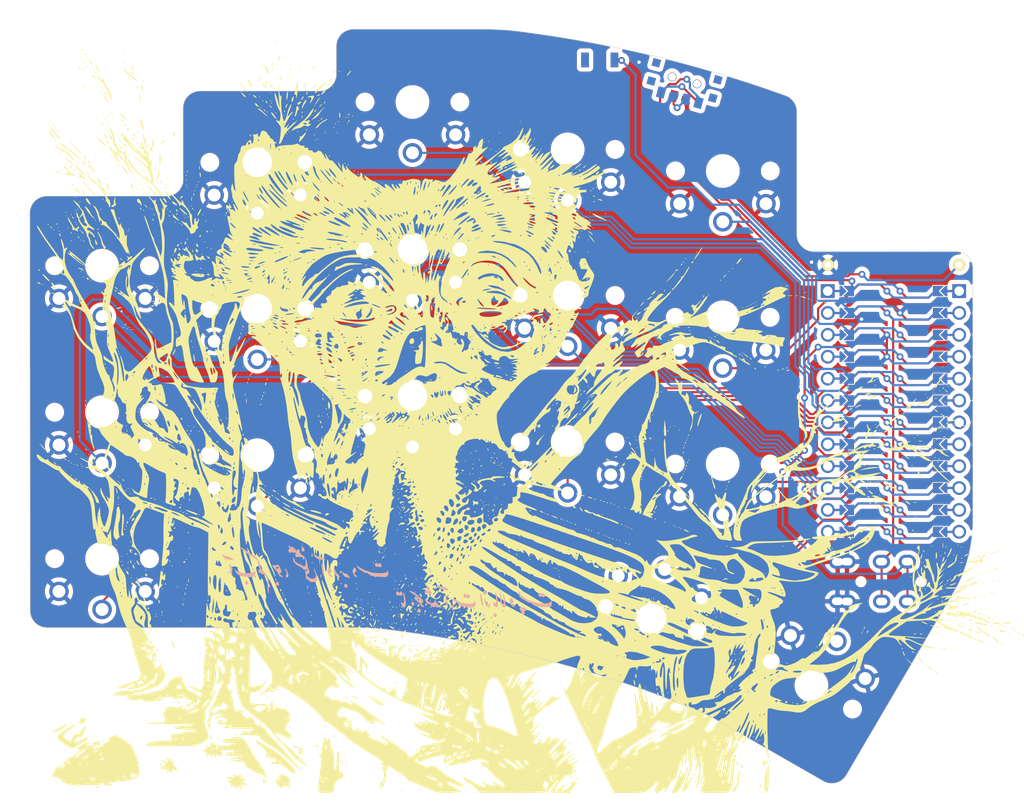
<source format=kicad_pcb>
(kicad_pcb (version 20241229) (generator "pcbnew") (generator_version "9.0")
  (layers (0 "F.Cu" signal) (2 "B.Cu" signal) (13 "F.Paste" user) (15 "B.Paste" user) (5 "F.SilkS" user "F.Silkscreen") (7 "B.SilkS" user "B.Silkscreen") (1 "F.Mask" user) (3 "B.Mask" user) (25 "Edge.Cuts" user))
  (net 0 "")
  (net 1 "gnd")
  (net 2 "vcc")
  (net 3 "Switch18")
  (net 4 "reset")
  (net 5 "Switch1")
  (net 6 "Switch2")
  (net 7 "Switch3")
  (net 8 "Switch4")
  (net 9 "Switch5")
  (net 10 "Switch6")
  (net 11 "Switch7")
  (net 12 "Switch8")
  (net 13 "Switch9")
  (net 14 "Switch10")
  (net 15 "Switch11")
  (net 16 "Switch12")
  (net 17 "Switch13")
  (net 18 "Switch14")
  (net 19 "Switch15")
  (net 20 "Switch16")
  (net 21 "Switch17")
  (net 22 "raw")
  (net 23 "BT+_r")
  (net 24 "Net-(SW_POWERR1-Pad1)")
  (footprint "kbd:1pin_conn" (layer "F.Cu") (at 126.492 45.974)
    (property "Reference" "B+" (hide yes))
    (property "Value" "MountingHole_Pad" (hide yes))
  )
  (footprint "kbd:1pin_conn" (layer "F.Cu") (at 111.252 45.974)
    (property "Reference" "B-" (hide yes))
    (property "Value" "MountingHole_Pad" (hide yes))
  )
  (footprint "Kailh:TRRS-PJ-DPB2" (layer "F.Cu") (at 123.698 82.75 -90)
    (property "Reference" "J2")
    (property "Value" "AudioJack4dpb" (hide yes))
  )
  (footprint "Library:SW_PG1350_rev_DPB" (layer "F.Cu") (at 27.08 46.08)
    (property "Reference" "SW1" (hide yes))
    (property "Value" "SW_Push" (hide yes))
  )
  (footprint "Library:SW_PG1350_rev_DPB" (layer "F.Cu") (at 45.08 34.08)
    (property "Reference" "SW2" (hide yes))
    (property "Value" "SW_Push" (hide yes))
  )
  (footprint "Library:SW_PG1350_rev_DPB" (layer "F.Cu") (at 63.08 27.08)
    (property "Reference" "SW3" (hide yes))
    (property "Value" "SW_Push" (hide yes))
  )
  (footprint "Library:SW_PG1350_rev_DPB" (layer "F.Cu") (at 81.08 32.58)
    (property "Reference" "SW4" (hide yes))
    (property "Value" "SW_Push" (hide yes))
  )
  (footprint "Library:SW_PG1350_rev_DPB" (layer "F.Cu") (at 99.08 35.08)
    (property "Reference" "SW5" (hide yes))
    (property "Value" "SW_Push" (hide yes))
  )
  (footprint "Library:SW_PG1350_rev_DPB" (layer "F.Cu") (at 27.08 63.08)
    (property "Reference" "SW6" (hide yes))
    (property "Value" "SW_Push" (hide yes))
  )
  (footprint "Library:SW_PG1350_rev_DPB" (layer "F.Cu") (at 45.08 51.054)
    (property "Reference" "SW7" (hide yes))
    (property "Value" "SW_Push" (hide yes))
  )
  (footprint "Library:SW_PG1350_rev_DPB" (layer "F.Cu") (at 63.08 44.196)
    (property "Reference" "SW8" (hide yes))
    (property "Value" "SW_Push" (hide yes))
  )
  (footprint "Library:SW_PG1350_rev_DPB" (layer "F.Cu") (at 81.08 49.53)
    (property "Reference" "SW9" (hide yes))
    (property "Value" "SW_Push" (hide yes))
  )
  (footprint "Library:SW_PG1350_rev_DPB" (layer "F.Cu") (at 99.06 52.07)
    (property "Reference" "SW10" (hide yes))
    (property "Value" "SW_Push" (hide yes))
  )
  (footprint "Library:SW_PG1350_rev_DPB" (layer "F.Cu") (at 27.08 80.08)
    (property "Reference" "SW11" (hide yes))
    (property "Value" "SW_Push" (hide yes))
  )
  (footprint "Library:SW_PG1350_rev_DPB" (layer "F.Cu") (at 45.08 68.072)
    (property "Reference" "SW12" (hide yes))
    (property "Value" "SW_Push" (hide yes))
  )
  (footprint "Library:SW_PG1350_rev_DPB" (layer "F.Cu") (at 63.08 61.214)
    (property "Reference" "SW13" (hide yes))
    (property "Value" "SW_Push" (hide yes))
  )
  (footprint "Library:SW_PG1350_rev_DPB" (layer "F.Cu") (at 81.08 66.548)
    (property "Reference" "SW14" (hide yes))
    (property "Value" "SW_Push" (hide yes))
  )
  (footprint "Library:SW_PG1350_rev_DPB" (layer "F.Cu") (at 99.06 69.088)
    (property "Reference" "SW15" (hide yes))
    (property "Value" "SW_Push" (hide yes))
  )
  (footprint "Library:SW_PG1350_rev_DPB" (layer "F.Cu") (at 109.356 94.78 150)
    (property "Reference" "SW17" (hide yes))
    (property "Value" "SW_Push" (hide yes))
  )
  (footprint "Library:SW_PG1350_rev_DPB" (layer "F.Cu") (at 90.796 87.03 165)
    (property "Reference" "SW16" (hide yes))
    (property "Value" "SW_Push" (hide yes))
  )
  (footprint "* duckyb-collection:ProMicro_jumpers_facedown" (layer "F.Cu") (at 118.872 62.992 -90)
    (property "Reference" "U1" (hide yes))
    (property "Value" "ProMicro-kbd" (hide yes))
  )
  (footprint "Kailh:SPDT_C128955" (layer "F.Cu") (at 94.6404 24.570573 -15.5)
    (property "Reference" "POWER SW" (hide yes))
    (property "Value" "SW_SPDT")
  )
  (footprint "half-swept:owl" (layer "F.Cu") (at 83 62)
    (property "Reference" "G***" (hide yes))
    (property "Value" "LOGO" (hide yes))
  )
  (footprint "* duckyb-collection:Tactile-Switch_SMT" (layer "F.Cu") (at 84.8 22.2)
    (property "Reference" "RSW2" (hide yes))
    (property "Value" "SW_Push")
  )
  (footprint "half-swept:moaki-ascii-mask" (layer "F.Cu") (at 53.5 83)
    (property "Reference" "G***" (hide yes))
    (property "Value" "LOGO" (hide yes))
  )
  (footprint "LOGO" (layer "B.Cu") (at 51 82 180)
    (property "Reference" "G***" (hide yes))
    (property "Value" "LOGO" (hide yes))
  )
  (footprint "LOGO" (layer "B.Cu") (at 70.5 85.5 180)
    (property "Reference" "G***" (hide yes))
    (property "Value" "LOGO" (hide yes))
  )
  (gr_line (start 128.073531 62.308602) (end 128.085531 69.674602) (stroke (width 0.05)) (layer "Edge.Cuts"))
  (gr_arc (start 113.375281 105.241791) (mid 112.134276 106.111488) (end 110.643289 105.840514) (stroke (width 0.05)) (layer "Edge.Cuts"))
  (gr_line (start 20.775356 88.084483) (end 56.641763 88.082964) (stroke (width 0.05)) (layer "Edge.Cuts"))
  (gr_arc (start 128.07353 75.812452) (mid 127.616445 79.5738) (end 126.326837 83.136604) (stroke (width 0.05)) (layer "Edge.Cuts"))
  (gr_line (start 128.085531 69.674602) (end 128.073531 75.812452) (stroke (width 0.05)) (layer "Edge.Cuts"))
  (gr_arc (start 36.477286 36.062483) (mid 35.908482 37.433455) (end 34.53545 37.997269) (stroke (width 0.05)) (layer "Edge.Cuts"))
  (gr_arc (start 54.254162 23.770164) (mid 53.709787 25.185979) (end 52.323717 25.802164) (stroke (width 0.05)) (layer "Edge.Cuts"))
  (gr_arc (start 36.474163 27.783364) (mid 37.054443 26.382444) (end 38.455363 25.802164) (stroke (width 0.05)) (layer "Edge.Cuts"))
  (gr_curve (pts (xy 75.282665 18.864058) (xy 73.608963 18.639365) (xy 71.729363 18.639364) (xy 71.729363 18.639364)) (stroke (width 0.05)) (layer "Edge.Cuts"))
  (gr_arc (start 60.197763 88.307658) (mid 75.747762 91.133215) (end 90.894459 95.645845) (stroke (width 0.05)) (layer "Edge.Cuts"))
  (gr_line (start 126.326834 83.136604) (end 113.375286 105.241782) (stroke (width 0.05)) (layer "Edge.Cuts"))
  (gr_line (start 54.254163 23.770164) (end 54.254163 20.620564) (stroke (width 0.05)) (layer "Edge.Cuts"))
  (gr_curve (pts (xy 60.197763 88.307658) (xy 58.524061 88.082965) (xy 56.644461 88.082964) (xy 56.644461 88.082964)) (stroke (width 0.05)) (layer "Edge.Cuts"))
  (gr_line (start 20.62591 38) (end 34.533584 37.997261) (stroke (width 0.05)) (layer "Edge.Cuts"))
  (gr_line (start 128.073531 46.376755) (end 128.073531 62.308602) (stroke (width 0.05)) (layer "Edge.Cuts"))
  (gr_line (start 56.286163 18.639364) (end 71.729363 18.639364) (stroke (width 0.05)) (layer "Edge.Cuts"))
  (gr_arc (start 75.282663 18.864059) (mid 91.08306 21.749703) (end 106.46381 26.377014) (stroke (width 0.05)) (layer "Edge.Cuts"))
  (gr_curve (pts (xy 97.738963 98.446164) (xy 96.752091 97.863827) (xy 90.894454 95.645845) (xy 90.894459 95.645845)) (stroke (width 0.05)) (layer "Edge.Cuts"))
  (gr_line (start 18.69851 39.925873) (end 18.737617 86.248388) (stroke (width 0.05)) (layer "Edge.Cuts"))
  (gr_line (start 110.643289 105.840538) (end 97.738963 98.446164) (stroke (width 0.05)) (layer "Edge.Cuts"))
  (gr_line (start 107.660532 42.508601) (end 107.660569 28.221696) (stroke (width 0.05)) (layer "Edge.Cuts"))
  (gr_line (start 109.695533 44.439519) (end 126.133967 44.436799) (stroke (width 0.05)) (layer "Edge.Cuts"))
  (gr_arc (start 106.463806 26.377014) (mid 107.342696 27.117371) (end 107.660569 28.221696) (stroke (width 0.05)) (layer "Edge.Cuts"))
  (gr_line (start 38.455363 25.802164) (end 52.323763 25.802164) (stroke (width 0.05)) (layer "Edge.Cuts"))
  (gr_line (start 36.476639 36.062455) (end 36.474163 27.783364) (stroke (width 0.05)) (layer "Edge.Cuts"))
  (gr_arc (start 54.252949 20.620577) (mid 54.845287 19.194566) (end 56.286163 18.639364) (stroke (width 0.05)) (layer "Edge.Cuts"))
  (gr_arc (start 20.775363 88.084483) (mid 19.387936 87.575466) (end 18.737617 86.248388) (stroke (width 0.05)) (layer "Edge.Cuts"))
  (gr_arc (start 126.133967 44.436799) (mid 127.506116 45.004591) (end 128.073934 46.376732) (stroke (width 0.05)) (layer "Edge.Cuts"))
  (gr_arc (start 18.7 39.925873) (mid 19.278146 38.57812) (end 20.62591 38) (stroke (width 0.05)) (layer "Edge.Cuts"))
  (gr_arc (start 109.695526 44.439519) (mid 108.283054 43.890308) (end 107.660532 42.508579) (stroke (width 0.05)) (layer "Edge.Cuts"))
  (segment (start 114.046 53.3908) (end 115.1636 52.2732) (width 0.25) (layer "F.Cu") (net 1))
  (segment (start 118.11 56.642) (end 118.11 54.102) (width 0.25) (layer "F.Cu") (net 1))
  (segment (start 114.046 54.102) (end 114.046 53.3908) (width 0.25) (layer "F.Cu") (net 1))
  (via (at 115.1636 52.2732) (size 0.8) (drill 0.4) (layers "F.Cu" "B.Cu") (net 1))
  (via (at 109.3724 45.6692) (size 0.8) (drill 0.4) (layers "F.Cu" "B.Cu") (net 1))
  (via (at 89.3572 22.4536) (size 0.8) (drill 0.4) (layers "F.Cu" "B.Cu") (net 1))
  (segment (start 112.630511 50.146511) (end 112.378 50.146511) (width 0.25) (layer "B.Cu") (net 1))
  (segment (start 109.902 47.324) (end 111.252 45.974) (width 0.25) (layer "B.Cu") (net 1))
  (segment (start 112.378 50.148) (end 109.902 50.148) (width 0.25) (layer "B.Cu") (net 1))
  (segment (start 109.902 50.148) (end 109.902 47.324) (width 0.25) (layer "B.Cu") (net 1))
  (segment (start 114.046 51.562) (end 112.630511 50.146511) (width 0.25) (layer "B.Cu") (net 1))
  (segment (start 114.7572 52.2732) (end 114.046 51.562) (width 0.25) (layer "B.Cu") (net 1))
  (segment (start 112.378 50.146511) (end 112.378 50.148) (width 0.25) (layer "B.Cu") (net 1))
  (segment (start 115.1636 52.2732) (end 114.7572 52.2732) (width 0.25) (layer "B.Cu") (net 1))
  (segment (start 120.498 85.05) (end 120.498 80.44) (width 0.25) (layer "F.Cu") (net 2))
  (segment (start 108.5596 57.0992) (end 108.5596 61.4172) (width 0.25) (layer "F.Cu") (net 2))
  (segment (start 106.0196 70.0024) (end 106.0704 70.0024) (width 0.25) (layer "F.Cu") (net 2))
  (segment (start 106.0704 70.0024) (end 108.5596 67.5132) (width 0.25) (layer "F.Cu") (net 2))
  (segment (start 120.498 80.44) (end 120.478 80.42) (width 0.25) (layer "F.Cu") (net 2))
  (segment (start 110.1344 55.5244) (end 108.5596 57.0992) (width 0.25) (layer "F.Cu") (net 2))
  (via (at 106.0196 70.0024) (size 0.8) (drill 0.4) (layers "F.Cu" "B.Cu") (net 2))
  (via (at 110.1344 55.5244) (size 0.8) (drill 0.4) (layers "F.Cu" "B.Cu") (net 2))
  (via (at 108.5596 67.5132) (size 0.8) (drill 0.4) (layers "F.Cu" "B.Cu") (net 2))
  (via (at 108.5596 61.4172) (size 0.8) (drill 0.4) (layers "F.Cu" "B.Cu") (net 2))
  (segment (start 108.5596 67.5132) (end 108.5596 61.4172) (width 0.25) (layer "B.Cu") (net 2))
  (segment (start 111.6584 81.8388) (end 119.0592 81.8388) (width 0.25) (layer "B.Cu") (net 2))
  (segment (start 110.141311 55.517489) (end 112.921489 55.517489) (width 0.25) (layer "B.Cu") (net 2))
  (segment (start 112.921489 55.517489) (end 114.046 56.642) (width 0.25) (layer "B.Cu") (net 2))
  (segment (start 119.0592 81.8388) (end 120.478 80.42) (width 0.25) (layer "B.Cu") (net 2))
  (segment (start 106.0196 70.0024) (end 106.0196 76.2) (width 0.25) (layer "B.Cu") (net 2))
  (segment (start 110.1344 55.5244) (end 110.141311 55.517489) (width 0.25) (layer "B.Cu") (net 2))
  (segment (start 106.0196 76.2) (end 111.6584 81.8388) (width 0.25) (layer "B.Cu") (net 2))
  (segment (start 118.11 51.562) (end 118.834511 52.286511) (width 0.25) (layer "F.Cu") (net 3))
  (segment (start 118.834511 52.286511) (end 118.834511 79.063489) (width 0.25) (layer "F.Cu") (net 3))
  (segment (start 117.498 80.44) (end 117.478 80.42) (width 0.25) (layer "F.Cu") (net 3))
  (segment (start 118.834511 79.063489) (end 117.478 80.42) (width 0.25) (layer "F.Cu") (net 3))
  (segment (start 117.498 85.05) (end 117.498 80.44) (width 0.25) (layer "F.Cu") (net 3))
  (segment (start 87.3252 22.2504) (end 86.531764 22.2504) (width 0.25) (layer "F.Cu") (net 4))
  (via (at 87.3252 22.2504) (size 0.8) (drill 0.4) (layers "F.Cu" "B.Cu") (net 4))
  (segment (start 88.9508 23.876) (end 88.9508 33.217792) (width 0.25) (layer "B.Cu") (net 4))
  (segment (start 102.480314 40.529) (end 102.48241 40.529) (width 0.25) (layer "B.Cu") (net 4))
  (segment (start 87.3252 22.2504) (end 88.9508 23.876) (width 0.25) (layer "B.Cu") (net 4))
  (segment (start 109.451 51.9454) (end 110.3376 52.832) (width 0.25) (layer "B.Cu") (net 4))
  (segment (start 112.776 52.832) (end 114.046 54.102) (width 0.25) (layer "B.Cu") (net 4))
  (segment (start 88.9508 33.217792) (end 92.733008 37) (width 0.25) (layer "B.Cu") (net 4))
  (segment (start 109.451 47.49759) (end 109.451 51.9454) (width 0.25) (layer "B.Cu") (net 4))
  (segment (start 95.885252 37) (end 97.885252 39) (width 0.25) (layer "B.Cu") (net 4))
  (segment (start 97.885252 39) (end 100.951314 39) (width 0.25) (layer "B.Cu") (net 4))
  (segment (start 102.48241 40.529) (end 109.451 47.49759) (width 0.25) (layer "B.Cu") (net 4))
  (segment (start 100.951314 39) (end 102.480314 40.529) (width 0.25) (layer "B.Cu") (net 4))
  (segment (start 110.3376 52.832) (end 112.776 52.832) (width 0.25) (layer "B.Cu") (net 4))
  (segment (start 92.733008 37) (end 95.885252 37) (width 0.25) (layer "B.Cu") (net 4))
  (segment (start 108.6104 72.0344) (end 109.6772 73.1012) (width 0.25) (layer "F.Cu") (net 5))
  (segment (start 112.8268 73.1012) (end 114.046 71.882) (width 0.25) (layer "F.Cu") (net 5))
  (segment (start 109.6772 73.1012) (end 112.8268 73.1012) (width 0.25) (layer "F.Cu") (net 5))
  (via (at 108.6104 72.0344) (size 0.8) (drill 0.4) (layers "F.Cu" "B.Cu") (net 5))
  (segment (start 104.925246 67.6148) (end 103.2256 67.6148) (width 0.25) (layer "B.Cu") (net 5))
  (segment (start 108.6104 71.299954) (end 104.925246 67.6148) (width 0.25) (layer "B.Cu") (net 5))
  (segment (start 93 60) (end 90.5 57.5) (width 0.25) (layer "B.Cu") (net 5))
  (segment (start 71.85936 52.14856) (end 60.653557 52.14856) (width 0.25) (layer "B.Cu") (net 5))
  (segment (start 53.802117 59) (end 34.1 59) (width 0.25) (layer "B.Cu") (net 5))
  (segment (start 103.2256 67.6148) (end 95.6108 60) (width 0.25) (layer "B.Cu") (net 5))
  (segment (start 34.1 59) (end 27.08 51.98) (width 0.25) (layer "B.Cu") (net 5))
  (segment (start 90.5 57.5) (end 77.2108 57.5) (width 0.25) (layer "B.Cu") (net 5))
  (segment (start 95.6108 60) (end 93 60) (width 0.25) (layer "B.Cu") (net 5))
  (segment (start 60.653557 52.14856) (end 53.802117 59) (width 0.25) (layer "B.Cu") (net 5))
  (segment (start 77.2108 57.5) (end 71.85936 52.14856) (width 0.25) (layer "B.Cu") (net 5))
  (segment (start 108.6104 72.0344) (end 108.6104 71.299954) (width 0.25) (layer "B.Cu") (net 5))
  (segment (start 108.62576 58.869314) (end 108.62576 60.316396) (width 0.25) (layer "B.Cu") (net 6))
  (segment (start 103.408446 44) (end 107.5 48.091554) (width 0.25) (layer "B.Cu") (net 6))
  (segment (start 45.08 39.98) (end 51.2568 39.98) (width 0.25) (layer "B.Cu") (net 6))
  (segment (start 77.690203 41.29272) (end 85.69192 41.29272) (width 0.25) (layer "B.Cu") (net 6))
  (segment (start 51.2568 39.98) (end 55.7368 35.5) (width 0.25) (layer "B.Cu") (net 6))
  (segment (start 85.69192 41.29272) (end 88.3992 44) (width 0.25) (layer "B.Cu") (net 6))
  (segment (start 110.838689 65.677489) (end 112.921489 65.677489) (width 0.25) (layer "B.Cu") (net 6))
  (segment (start 109.48168 62.177698) (end 110.0328 62.728818) (width 0.25) (layer "B.Cu") (net 6))
  (segment (start 71.897483 35.5) (end 77.690203 41.29272) (width 0.25) (layer "B.Cu") (net 6))
  (segment (start 88.3992 44) (end 103.408446 44) (width 0.25) (layer "B.Cu") (net 6))
  (segment (start 55.7368 35.5) (end 71.897483 35.5) (width 0.25) (layer "B.Cu") (net 6))
  (segment (start 108.62576 60.316396) (end 109.48168 61.172316) (width 0.25) (layer "B.Cu") (net 6))
  (segment (start 112.921489 65.677489) (end 114.046 66.802) (width 0.25) (layer "B.Cu") (net 6))
  (segment (start 107.5 57.743554) (end 108.62576 58.869314) (width 0.25) (layer "B.Cu") (net 6))
  (segment (start 107.5 48.091554) (end 107.5 57.743554) (width 0.25) (layer "B.Cu") (net 6))
  (segment (start 110.0328 62.728818) (end 110.0328 64.8716) (width 0.25) (layer "B.Cu") (net 6))
  (segment (start 109.48168 61.172316) (end 109.48168 62.177698) (width 0.25) (layer "B.Cu") (net 6))
  (segment (start 110.0328 64.8716) (end 110.838689 65.677489) (width 0.25) (layer "B.Cu") (net 6))
  (segment (start 108 47.955836) (end 108 57.607836) (width 0.25) (layer "B.Cu") (net 7))
  (segment (start 63.08 32.98) (end 70.0132 32.98) (width 0.25) (layer "B.Cu") (net 7))
  (segment (start 85.923001 40.8432) (end 88.579801 43.5) (width 0.25) (layer "B.Cu") (net 7))
  (segment (start 111.077189 63.137489) (end 112.921489 63.137489) (width 0.25) (layer "B.Cu") (net 7))
  (segment (start 103.544164 43.5) (end 108 47.955836) (width 0.25) (layer "B.Cu") (net 7))
  (segment (start 109.9312 61.9915) (end 111.077189 63.137489) (width 0.25) (layer "B.Cu") (net 7))
  (segment (start 70.0132 32.98) (end 77.8764 40.8432) (width 0.25) (layer "B.Cu") (net 7))
  (segment (start 109.07528 58.683116) (end 109.07528 60.130198) (width 0.25) (layer "B.Cu") (net 7))
  (segment (start 108 57.607836) (end 109.07528 58.683116) (width 0.25) (layer "B.Cu") (net 7))
  (segment (start 88.579801 43.5) (end 103.544164 43.5) (width 0.25) (layer "B.Cu") (net 7))
  (segment (start 77.8764 40.8432) (end 85.923001 40.8432) (width 0.25) (layer "B.Cu") (net 7))
  (segment (start 112.921489 63.137489) (end 114.046 64.262) (width 0.25) (layer "B.Cu") (net 7))
  (segment (start 109.07528 60.130198) (end 109.9312 60.986118) (width 0.25) (layer "B.Cu") (net 7))
  (segment (start 109.9312 60.986118) (end 109.9312 61.9915) (width 0.25) (layer "B.Cu") (net 7))
  (segment (start 81.08 38.48) (end 82.986 40.386) (width 0.25) (layer "B.Cu") (net 8))
  (segment (start 108.5 57.472118) (end 109.5248 58.496918) (width 0.25) (layer "B.Cu") (net 8))
  (segment (start 110.178289 60.597489) (end 112.921489 60.597489) (width 0.25) (layer "B.Cu") (net 8))
  (segment (start 108.5 47.820118) (end 108.5 57.472118) (width 0.25) (layer "B.Cu") (net 8))
  (segment (start 103.679882 43) (end 108.5 47.820118) (width 0.25) (layer "B.Cu") (net 8))
  (segment (start 109.5248 59.944) (end 110.178289 60.597489) (width 0.25) (layer "B.Cu") (net 8))
  (segment (start 109.5248 58.496918) (end 109.5248 59.944) (width 0.25) (layer "B.Cu") (net 8))
  (segment (start 82.986 40.386) (end 86.131843 40.386) (width 0.25) (layer "B.Cu") (net 8))
  (segment (start 88.745843 43) (end 103.679882 43) (width 0.25) (layer "B.Cu") (net 8))
  (segment (start 86.131843 40.386) (end 88.745843 43) (width 0.25) (layer "B.Cu") (net 8))
  (segment (start 112.921489 60.597489) (end 114.046 61.722) (width 0.25) (layer "B.Cu") (net 8))
  (segment (start 109 47.6844) (end 109 57.3364) (width 0.25) (layer "B.Cu") (net 9))
  (segment (start 112.921489 58.057489) (end 114.046 59.182) (width 0.25) (layer "B.Cu") (net 9))
  (segment (start 110.7793 58.0644) (end 110.786211 58.057489) (width 0.25) (layer "B.Cu") (net 9))
  (segment (start 102.2956 40.98) (end 109 47.6844) (width 0.25) (layer "B.Cu") (net 9))
  (segment (start 99.08 40.98) (end 102.2956 40.98) (width 0.25) (layer "B.Cu") (net 9))
  (segment (start 109.728 58.0644) (end 110.7793 58.0644) (width 0.25) (layer "B.Cu") (net 9))
  (segment (start 110.786211 58.057489) (end 112.921489 58.057489) (width 0.25) (layer "B.Cu") (net 9))
  (segment (start 109 57.3364) (end 109.728 58.0644) (width 0.25) (layer "B.Cu") (net 9))
  (segment (start 83.804028 51.72828) (end 84.443339 51.088969) (width 0.25) (layer "B.Cu") (net 10))
  (segment (start 47 54.5) (end 48.5 53) (width 0.25) (layer "B.Cu") (net 10))
  (segment (start 60.39972 49.46247) (end 62.31319 47.549) (width 0.25) (layer "B.Cu") (net 10))
  (segment (start 44.25 54.5) (end 47 54.5) (width 0.25) (layer "B.Cu") (net 10))
  (segment (start 84.443339 51.088969) (end 86.851779 51.088969) (width 0.25) (layer "B.Cu") (net 10))
  (segment (start 60.39972 51.128869) (end 60.39972 49.46247) (width 0.25) (layer "B.Cu") (net 10))
  (segment (start 27.08 68.98) (end 24.5 66.4) (width 0.25) (layer "B.Cu") (net 10))
  (segment (start 63.736427 47.549) (end 65.285427 46) (width 0.25) (layer "B.Cu") (net 10))
  (segment (start 24.5 66.4) (end 24.5 51.5) (width 0.25) (layer "B.Cu") (net 10))
  (segment (start 86.851779 51.088969) (end 93.81181 58.049) (width 0.25) (layer "B.Cu") (net 10))
  (segment (start 62.31319 47.549) (end 63.736427 47.549) (width 0.25) (layer "B.Cu") (net 10))
  (segment (start 26 50) (end 27.8512 50) (width 0.25) (layer "B.Cu") (net 10))
  (segment (start 48.5 53) (end 58.528589 53) (width 0.25) (layer "B.Cu") (net 10))
  (segment (start 96.204764 58.049) (end 103.971004 65.81524) (width 0.25) (layer "B.Cu") (net 10))
  (segment (start 110 68.5) (end 110.284 68.216) (width 0.25) (layer "B.Cu") (net 10))
  (segment (start 73.785099 46) (end 79.513379 51.72828) (width 0.25) (layer "B.Cu") (net 10))
  (segment (start 105.670649 65.81524) (end 108.855409 69) (width 0.25) (layer "B.Cu") (net 10))
  (segment (start 112.921489 68.217489) (end 114.046 69.342) (width 0.25) (layer "B.Cu") (net 10))
  (segment (start 109.5037 69) (end 110 68.5037) (width 0.25) (layer "B.Cu") (net 10))
  (segment (start 93.81181 58.049) (end 96.204764 58.049) (width 0.25) (layer "B.Cu") (net 10))
  (segment (start 110 68.5037) (end 110 68.5) (width 0.25) (layer "B.Cu") (net 10))
  (segment (start 110.284 68.216) (end 111.718405 68.216) (width 0.25) (layer "B.Cu") (net 10))
  (segment (start 103.971004 65.81524) (end 105.670649 65.81524) (width 0.25) (layer "B.Cu") (net 10))
  (segment (start 27.8512 50) (end 35.696191 57.844991) (width 0.25) (layer "B.Cu") (net 10))
  (segment (start 35.696191 57.844991) (end 40.905009 57.844991) (width 0.25) (layer "B.Cu") (net 10))
  (segment (start 111.719894 68.217489) (end 112.921489 68.217489) (width 0.25) (layer "B.Cu") (net 10))
  (segment (start 58.528589 53) (end 60.39972 51.128869) (width 0.25) (layer "B.Cu") (net 10))
  (segment (start 40.905009 57.844991) (end 44.25 54.5) (width 0.25) (layer "B.Cu") (net 10))
  (segment (start 111.718405 68.216) (end 111.719894 68.217489) (width 0.25) (layer "B.Cu") (net 10))
  (segment (start 65.285427 46) (end 73.785099 46) (width 0.25) (layer "B.Cu") (net 10))
  (segment (start 108.855409 69) (end 109.5037 69) (width 0.25) (layer "B.Cu") (net 10))
  (segment (start 24.5 51.5) (end 26 50) (width 0.25) (layer "B.Cu") (net 10))
  (segment (start 79.513379 51.72828) (end 83.804028 51.72828) (width 0.25) (layer "B.Cu") (net 10))
  (segment (start 77.918758 50.918758) (end 66.468375 50.918758) (width 0.25) (layer "B.Cu") (net 11))
  (segment (start 81.828496 52.17928) (end 79.17928 52.17928) (width 0.25) (layer "B.Cu") (net 11))
  (segment (start 85.698216 56.049) (end 81.828496 52.17928) (width 0.25) (layer "B.Cu") (net 11))
  (segment (start 96.017954 58.5) (end 93.5 58.5) (width 0.25) (layer "B.Cu") (net 11))
  (segment (start 55.2124 56.954) (end 45.08 56.954) (width 0.25) (layer "B.Cu") (net 11))
  (segment (start 79.17928 52.17928) (end 77.918758 50.918758) (width 0.25) (layer "B.Cu") (net 11))
  (segment (start 66.468375 50.918758) (end 63.549617 48) (width 0.25) (layer "B.Cu") (net 11))
  (segment (start 103.784194 66.26624) (end 96.017954 58.5) (width 0.25) (layer "B.Cu") (net 11))
  (segment (start 62.5 48) (end 60.85072 49.64928) (width 0.25) (layer "B.Cu") (net 11))
  (segment (start 112.921489 70.757489) (end 109.975089 70.757489) (width 0.25) (layer "B.Cu") (net 11))
  (segment (start 109.975089 70.757489) (end 105.483839 66.26624) (width 0.25) (layer "B.Cu") (net 11))
  (segment (start 91.049 56.049) (end 85.698216 56.049) (width 0.25) (layer "B.Cu") (net 11))
  (segment (start 114.046 71.882) (end 112.921489 70.757489) (width 0.25) (layer "B.Cu") (net 11))
  (segment (start 60.85072 49.64928) (end 60.85072 51.315679) (width 0.25) (layer "B.Cu") (net 11))
  (segment (start 93.5 58.5) (end 91.049 56.049) (width 0.25) (layer "B.Cu") (net 11))
  (segment (start 105.483839 66.26624) (end 103.784194 66.26624) (width 0.25) (layer "B.Cu") (net 11))
  (segment (start 60.85072 51.315679) (end 55.2124 56.954) (width 0.25) (layer "B.Cu") (net 11))
  (segment (start 63.549617 48) (end 62.5 48) (width 0.25) (layer "B.Cu") (net 11))
  (segment (start 90.814063 56.5) (end 93.314063 59) (width 0.25) (layer "B.Cu") (net 12))
  (segment (start 78.806682 52.6288) (end 81.6288 52.6288) (width 0.25) (layer "B.Cu") (net 12))
  (segment (start 103.597996 66.71576) (end 105.297641 66.71576) (width 0.25) (layer "B.Cu") (net 12))
  (segment (start 77.58737 51.409488) (end 78.806682 52.6288) (width 0.25) (layer "B.Cu") (net 12))
  (segment (start 110.4392 73.152) (end 112.776 73.152) (width 0.25) (layer "B.Cu") (net 12))
  (segment (start 95.882236 59) (end 103.597996 66.71576) (width 0.25) (layer "B.Cu") (net 12))
  (segment (start 64.928165 50.096) (end 66.241653 51.409488) (width 0.25) (layer "B.Cu") (net 12))
  (segment (start 93.314063 59) (end 95.882236 59) (width 0.25) (layer "B.Cu") (net 12))
  (segment (start 105.297641 66.71576) (end 109.82192 71.240039) (width 0.25) (layer "B.Cu") (net 12))
  (segment (start 63.08 50.096) (end 64.928165 50.096) (width 0.25) (layer "B.Cu") (net 12))
  (segment (start 66.241653 51.409488) (end 77.58737 51.409488) (width 0.25) (layer "B.Cu") (net 12))
  (segment (start 85.5 56.5) (end 90.814063 56.5) (width 0.25) (layer "B.Cu") (net 12))
  (segment (start 109.82192 72.53472) (end 110.4392 73.152) (width 0.25) (layer "B.Cu") (net 12))
  (segment (start 81.6288 52.6288) (end 85.5 56.5) (width 0.25) (layer "B.Cu") (net 12))
  (segment (start 109.82192 71.240039) (end 109.82192 72.53472) (width 0.25) (layer "B.Cu") (net 12))
  (segment (start 112.776 73.152) (end 114.046 74.422) (width 0.25) (layer "B.Cu") (net 12))
  (segment (start 109.3724 71.426236) (end 109.3724 74.3204) (width 0.25) (layer "B.Cu") (net 13))
  (segment (start 105.111444 67.16528) (end 109.3724 71.426236) (width 0.25) (layer "B.Cu") (net 13))
  (segment (start 103.411798 67.16528) (end 105.111444 67.16528) (width 0.25) (layer "B.Cu") (net 13))
  (segment (start 95.746518 59.5) (end 103.411798 67.16528) (width 0.25) (layer "B.Cu") (net 13))
  (segment (start 112.776 75.692) (end 114.046 76.962) (width 0.25) (layer "B.Cu") (net 13))
  (segment (start 93.161126 59.5) (end 95.746518 59.5) (width 0.25) (layer "B.Cu") (net 13))
  (segment (start 90.661126 57) (end 93.161126 59.5) (width 0.25) (layer "B.Cu") (net 13))
  (segment (start 109.3724 74.3204) (end 110.744 75.692) (width 0.25) (layer "B.Cu") (net 13))
  (segment (start 82.65 57) (end 90.661126 57) (width 0.25) (layer "B.Cu") (net 13))
  (segment (start 81.08 55.43) (end 82.65 57) (width 0.25) (layer "B.Cu") (net 13))
  (segment (start 110.744 75.692) (end 112.776 75.692) (width 0.25) (layer "B.Cu") (net 13))
  (segment (start 110.127489 52.372511) (end 110.127489 51.060911) (width 0.25) (layer "F.Cu") (net 14))
  (segment (start 99.06 57.97) (end 104.53 57.97) (width 0.25) (layer "F.Cu") (net 14))
  (segment (start 110.127489 51.060911) (end 111.041889 50.146511) (width 0.25) (layer "F.Cu") (net 14))
  (segment (start 112.921489 50.146511) (end 114.046 49.022) (width 0.25) (layer "F.Cu") (net 14))
  (segment (start 111.041889 50.146511) (end 112.921489 50.146511) (width 0.25) (layer "F.Cu") (net 14))
  (segment (start 104.53 57.97) (end 110.127489 52.372511) (width 0.25) (layer "F.Cu") (net 14))
  (segment (start 106.257265 60.306511) (end 109.255234 63.30448) (width 0.25) (layer "F.Cu") (net 15))
  (segment (start 30.6324 74.676) (end 41.360819 63.947581) (width 0.25) (layer "F.Cu") (net 15))
  (segment (start 112.630511 60.597489) (end 114.046 59.182) (width 0.25) (layer "F.Cu") (net 15))
  (segment (start 27.08 85.0864) (end 30.6324 81.534) (width 0.25) (layer "F.Cu") (net 15))
  (segment (start 41.360819 63.947581) (end 46.719501 63.947581) (width 0.25) (layer "F.Cu") (net 15))
  (segment (start 110.0836 61.3001) (end 110.786211 60.597489) (width 0.25) (layer "F.Cu") (net 15))
  (segment (start 91.088481 60.306511) (end 106.257265 60.306511) (width 0.25) (layer "F.Cu") (net 15))
  (segment (start 109.255234 63.30448) (end 109.592602 63.30448) (width 0.25) (layer "F.Cu") (net 15))
  (segment (start 109.592602 63.30448) (end 110.0836 62.813482) (width 0.25) (layer "F.Cu") (net 15))
  (segment (start 46.719501 63.947581) (end 52.247082 58.42) (width 0.25) (layer "F.Cu") (net 15))
  (segment (start 30.6324 81.534) (end 30.6324 74.676) (width 0.25) (layer "F.Cu") (net 15))
  (segment (start 110.786211 60.597489) (end 112.630511 60.597489) (width 0.25) (layer "F.Cu") (net 15))
  (segment (start 52.247082 58.42) (end 89.20197 58.42) (width 0.25) (layer "F.Cu") (net 15))
  (segment (start 27.08 85.98) (end 27.08 85.0864) (width 0.25) (layer "F.Cu") (net 15))
  (segment (start 89.20197 58.42) (end 91.088481 60.306511) (width 0.25) (layer "F.Cu") (net 15))
  (segment (start 110.0836 62.813482) (end 110.0836 61.3001) (width 0.25) (layer "F.Cu") (net 15))
  (segment (start 45.08 73.972) (end 47.5 71.552) (width 0.25) (layer "F.Cu") (net 16))
  (segment (start 52.43328 58.86952) (end 89.015773 58.86952) (width 0.25) (layer "F.Cu") (net 16))
  (segment (start 47.5 71.552) (end 47.5 63.8028) (width 0.25) (layer "F.Cu") (net 16))
  (segment (start 106.071067 60.756031) (end 109.069036 63.754) (width 0.25) (layer "F.Cu") (net 16))
  (segment (start 112.630511 63.137489) (end 114.046 61.722) (width 0.25) (layer "F.Cu") (net 16))
  (segment (start 109.7788 63.754) (end 110.395311 63.137489) (width 0.25) (layer "F.Cu") (net 16))
  (segment (start 47.5 63.8028) (end 52.43328 58.86952) (width 0.25) (layer "F.Cu") (net 16))
  (segment (start 109.069036 63.754) (end 109.7788 63.754) (width 0.25) (layer "F.Cu") (net 16))
  (segment (start 89.015773 58.86952) (end 90.902284 60.756031) (width 0.25) (layer "F.Cu") (net 16))
  (segment (start 90.902284 60.756031) (end 106.071067 60.756031) (width 0.25) (layer "F.Cu") (net 16))
  (segment (start 110.395311 63.137489) (end 112.630511 63.137489) (width 0.25) (layer "F.Cu") (net 16))
  (segment (start 112.8776 65.4304) (end 114.046 64.262) (width 0.25) (layer "F.Cu") (net 17))
  (segment (start 68.41747 59.31904) (end 88.829575 59.31904) (width 0.25) (layer "F.Cu") (net 17))
  (segment (start 90.716086 61.205551) (end 105.884869 61.205551) (width 0.25) (layer "F.Cu") (net 17))
  (segment (start 63.08 67.114) (end 63.08 64.65651) (width 0.25) (layer "F.Cu") (net 17))
  (segment (start 105.884869 61.205551) (end 108.882839 64.20352) (width 0.25) (layer "F.Cu") (net 17))
  (segment (start 108.882839 64.20352) (end 109.56792 64.20352) (width 0.25) (layer "F.Cu") (net 17))
  (segment (start 63.08 64.65651) (end 68.41747 59.31904) (width 0.25) (layer "F.Cu") (net 17))
  (segment (start 109.56792 64.20352) (end 110.7948 65.4304) (width 0.25) (layer "F.Cu") (net 17))
  (segment (start 88.829575 59.31904) (end 90.716086 61.205551) (width 0.25) (layer "F.Cu") (net 17))
  (segment (start 110.7948 65.4304) (end 112.8776 65.4304) (width 0.25) (layer "F.Cu") (net 17))
  (segment (start 89.451174 61.655071) (end 105.698671 61.655071) (width 0.25) (layer "F.Cu") (net 18))
  (segment (start 105.698671 61.655071) (end 108.696642 64.65304) (width 0.25) (layer "F.Cu") (net 18))
  (segment (start 109.982 67.1223) (end 110.9317 68.072) (width 0.25) (layer "F.Cu") (net 18))
  (segment (start 81.08 72.448) (end 81.08 70.026245) (width 0.25) (layer "F.Cu") (net 18))
  (segment (start 110.9317 68.072) (end 112.776 68.072) (width 0.25) (layer "F.Cu") (net 18))
  (segment (start 109.381722 64.65304) (end 109.982 65.253318) (width 0.25) (layer "F.Cu") (net 18))
  (segment (start 108.696642 64.65304) (end 109.381722 64.65304) (width 0.25) (layer "F.Cu") (net 18))
  (segment (start 81.08 70.026245) (end 89.451174 61.655071) (width 0.25) (layer "F.Cu") (net 18))
  (segment (start 112.776 68.072) (end 114.046 66.802) (width 0.25) (layer "F.Cu") (net 18))
  (segment (start 109.982 65.253318) (end 109.982 67.1223) (width 0.25) (layer "F.Cu") (net 18))
  (segment (start 110.12665 71.1708) (end 110.539961 70.757489) (width 0.25) (layer "F.Cu") (net 19))
  (segment (start 99.06 74.988) (end 99.06 72.854992) (width 0.25) (layer "F.Cu") (net 19))
  (segment (start 100.744192 71.1708) (end 110.12665 71.1708) (width 0.25) (layer "F.Cu") (net 19))
  (segment (start 112.630511 70.757489) (end 114.046 69.342) (width 0.25) (layer "F.Cu") (net 19))
  (segment (start 99.06 72.854992) (end 100.744192 71.1708) (width 0.25) (layer "F.Cu") (net 19))
  (segment (start 110.539961 70.757489) (end 112.630511 70.757489) (width 0.25) (layer "F.Cu") (net 19))
  (segment (start 110.786211 75.546511) (end 112.921489 75.546511) (width 0.25) (layer "F.Cu") (net 20))
  (segment (start 112.921489 75.546511) (end 114.046 74.422) (width 0.25) (layer "F.Cu") (net 20))
  (segment (start 105.001684 81.331038) (end 110.786211 75.546511) (width 0.25) (layer "F.Cu") (net 20))
  (segment (start 92.323032 81.331038) (end 105.001684 81.331038) (width 0.25) (layer "F.Cu") (net 20))
  (segment (start 108.881929 78.086511) (end 112.921489 78.086511) (width 0.25) (layer "F.Cu") (net 21))
  (segment (start 105.41 82.77445) (end 105.41 81.55844) (width 0.25) (layer "F.Cu") (net 21))
  (segment (start 105.41 81.55844) (end 108.881929 78.086511) (width 0.25) (layer "F.Cu") (net 21))
  (segment (start 112.921489 78.086511) (end 114.046 76.962) (width 0.25) (layer "F.Cu") (net 21))
  (segment (start 112.306 89.67045) (end 105.41 82.77445) (width 0.25) (layer "F.Cu") (net 21))
  (segment (start 108.458 47.752) (end 99.568 38.862) (width 0.25) (layer "F.Cu") (net 22))
  (segment (start 114.046 47.8536) (end 113.9444 47.752) (width 0.25) (layer "F.Cu") (net 22))
  (segment (start 99.568 38.862) (end 98.7552 38.862) (width 0.25) (layer "F.Cu") (net 22))
  (segment (start 92.888235 24.998297) (end 93.611089 24.998297) (width 0.25) (layer "F.Cu") (net 22))
  (segment (start 113.9444 47.752) (end 108.458 47.752) (width 0.25) (layer "F.Cu") (net 22))
  (segment (start 95.96888 36.07568) (end 95.96888 35.735872) (width 0.25) (layer "F.Cu") (net 22))
  (segment (start 93.611089 24.998297) (end 94.174586 24.4348) (width 0.25) (layer "F.Cu") (net 22))
  (segment (start 91.80328 26.083252) (end 91.917712 25.96882) (width 0.25) (layer "F.Cu") (net 22))
  (segment (start 91.80328 31.570272) (end 91.80328 26.083252) (width 0.25) (layer "F.Cu") (net 22))
  (segment (start 95.96888 35.735872) (end 91.80328 31.570272) (width 0.25) (layer "F.Cu") (net 22))
  (segment (start 98.7552 38.862) (end 95.96888 36.07568) (width 0.25) (layer "F.Cu") (net 22))
  (segment (start 94.174586 24.4348) (end 94.8944 24.4348) (width 0.25) (layer "F.Cu") (net 22))
  (segment (start 91.917712 25.96882) (end 92.888235 24.998297) (width 0.25) (layer "F.Cu") (net 22))
  (via (at 94.8944 24.4348) (size 0.8) (drill 0.4) (layers "F.Cu" "B.Cu") (net 22))
  (via (at 114.046 47.8536) (size 0.8) (drill 0.4) (layers "F.Cu" "B.Cu") (net 22))
  (segment (start 94.8944 24.4348) (end 95.261325 24.801725) (width 0.25) (layer "B.Cu") (net 22))
  (segment (start 114.046 47.8536) (end 114.046 49.022) (width 0.25) (layer "B.Cu") (net 22))
  (segment (start 95.261325 24.801725) (end 95.261325 25.53008) (width 0.25) (layer "B.Cu") (net 22))
  (segment (start 96.254049 26.522804) (end 96.254049 27.171393) (width 0.25) (layer "B.Cu") (net 22))
  (segment (start 95.261325 25.53008) (end 96.254049 26.522804) (width 0.25) (layer "B.Cu") (net 22))
  (segment (start 98.941398 38.41248) (end 96.4184 35.889482) (width 0.25) (layer "F.Cu") (net 23))
  (segment (start 96.4184 35.549674) (end 92.2528 31.384074) (width 0.25) (layer "F.Cu") (net 23))
  (segment (start 115.2144 47.072415) (end 113.802571 47.072415) (width 0.25) (layer "F.Cu") (net 23))
  (segment (start 113.572506 47.30248) (end 108.644198 47.30248) (width 0.25) (layer "F.Cu") (net 23))
  (segment (start 99.754198 38.41248) (end 98.941398 38.41248) (width 0.25) (layer "F.Cu") (net 23))
  (segment (start 92.2528 27.480034) (end 93.363158 26.369676) (width 0.25) (layer "F.Cu") (net 23))
  (segment (start 93.363158 27.323158) (end 93.7768 27.7368) (width 0.25) (layer "F.Cu") (net 23))
  (segment (start 92.2528 31.384074) (end 92.2528 27.480034) (width 0.25) (layer "F.Cu") (net 23))
  (segment (start 108.644198 47.30248) (end 99.754198 38.41248) (width 0.25) (layer "F.Cu") (net 23))
  (segment (start 113.802571 47.072415) (end 113.572506 47.30248) (width 0.25) (layer "F.Cu") (net 23))
  (segment (start 93.363158 26.369676) (end 93.363158 27.323158) (width 0.25) (layer "F.Cu") (net 23))
  (segment (start 96.4184 35.889482) (end 96.4184 35.549674) (width 0.25) (layer "F.Cu") (net 23))
  (via (at 115.2144 47.072415) (size 0.8) (drill 0.4) (layers "F.Cu" "B.Cu") (net 23))
  (via (at 93.7768 27.7368) (size 0.8) (drill 0.4) (layers "F.Cu" "B.Cu") (net 23))
  (segment (start 115.2144 47.072415) (end 115.893985 47.752) (width 0.25) (layer "B.Cu") (net 23))
  (segment (start 124.714 47.752) (end 126.492 45.974) (width 0.25) (layer "B.Cu") (net 23))
  (segment (start 93.7768 27.7368) (end 93.842337 27.7368) (width 0.25) (layer "B.Cu") (net 23))
  (segment (start 93.842337 27.7368) (end 94.808603 26.770534) (width 0.25) (layer "B.Cu") (net 23))
  (segment (start 115.893985 47.752) (end 124.714 47.752) (width 0.25) (layer "B.Cu") (net 23))
  (segment (start 94.381056 25.2984) (end 96.254049 27.171393) (width 0.25) (layer "F.Cu") (net 24))
  (segment (start 94.3356 25.2984) (end 94.381056 25.2984) (width 0.25) (layer "F.Cu") (net 24))
  (via (at 94.3356 25.2984) (size 0.8) (drill 0.4) (layers "F.Cu" "B.Cu") (net 24))
  (segment (start 92.588132 25.2984) (end 94.3356 25.2984) (width 0.25) (layer "B.Cu") (net 24))
  (segment (start 91.917712 25.96882) (end 92.588132 25.2984) (width 0.25) (layer "B.Cu") (net 24))
  (zone (net 1) (net_name "gnd") (layers "F.Cu" "B.Cu") (connect_pads (clearance 0.508)) (min_thickness 0.254) (fill yes (thermal_gap 0.508) (thermal_bridge_width 0.508) (island_removal_mode 1) (island_area_min 0))
    (polygon (pts (xy 15.24 15.24) (xy 132.08 15.24) (xy 132.08 109.22) (xy 15.24 109.22)))
  )
)
</source>
